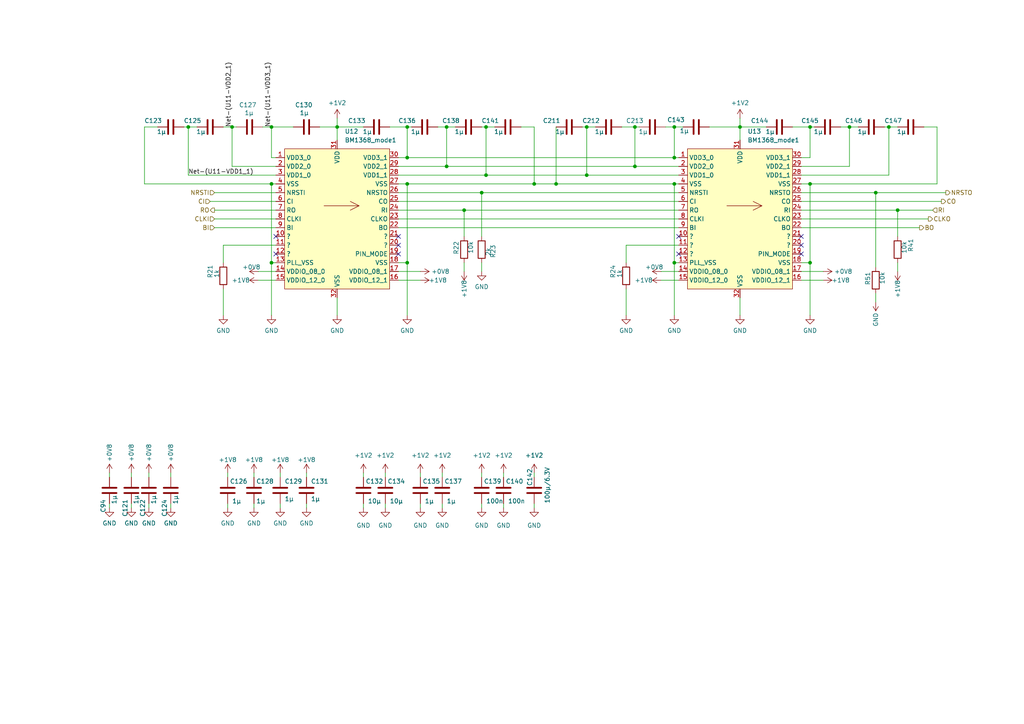
<source format=kicad_sch>
(kicad_sch (version 20231120) (generator "eeschema") (generator_version "8.0")
  (paper "A4")
  (lib_symbols
    (symbol "Device:C" (pin_numbers hide) (pin_names (offset 0.254))
      (property "Reference" "C" (at 0.635 2.54 0))
      (property "Value" "C" (at 0.635 -2.54 0))
      (symbol "C_0_1"
        (polyline (pts (xy -2.032 -0.762) (xy 2.032 -0.762)) (stroke (width 0.508)))
        (polyline (pts (xy -2.032 0.762) (xy 2.032 0.762)) (stroke (width 0.508)))
      )
      (symbol "C_1_1"
        (pin passive line (at 0 3.81 270) (length 2.794) (name "~") (number "1"))
        (pin passive line (at 0 -3.81 90) (length 2.794) (name "~") (number "2"))
      )
    )
    (symbol "Device:R" (pin_numbers hide) (pin_names (offset 0))
      (property "Reference" "R" (at 2.032 0 90))
      (property "Value" "R" (at 0 0 90))
      (symbol "R_0_1"
        (rectangle (start -1.016 -2.54) (end 1.016 2.54) (stroke (width 0.254)))
      )
      (symbol "R_1_1"
        (pin passive line (at 0 3.81 270) (length 1.27) (name "~") (number "1"))
        (pin passive line (at 0 -3.81 90) (length 1.27) (name "~") (number "2"))
      )
    )
    (symbol "GND_7" (power) (pin_names (offset 0))
      (property "Value" "GND_7" (at 0 -3.81 0))
      (symbol "GND_7_0_1"
        (polyline (pts (xy 0 0) (xy 0 -1.27) (xy 1.27 -1.27) (xy 0 -2.54) (xy -1.27 -1.27) (xy 0 -1.27)))
      )
      (symbol "GND_7_1_1"
        (pin power_in line (at 0 0 270) (length 0) hide (name "GND") (number "1"))
      )
    )
    (symbol "mylib7:+0V8" (power) (exclude_from_sim yes) (in_bom no) (on_board no)
      (property "Value" "+0V8" (at 0 3.175 90))
      (symbol "+0V8_0_1"
        (polyline (pts (xy -0.762 1.27) (xy 0 2.54)))
        (polyline (pts (xy 0 0) (xy 0 2.54)))
        (polyline (pts (xy 0 2.54) (xy 0.762 1.27)))
      )
      (symbol "+0V8_1_1"
        (pin power_in line (at 0 0 90) (length 0) hide (name "+0V8") (number "1"))
      )
    )
    (symbol "mylib7:BM1368_mode1"
      (property "Reference" "U4" (at -15.24 21.59 0))
      (property "Value" "BM1368_mode1" (at 1.905 21.59 0))
      (symbol "BM1368_mode1_0_1"
        (rectangle (start -15.24 20.32) (end 15.24 -20.32) (fill (type background)))
        (polyline (pts (xy -3.81 3.81) (xy 6.35 3.81)))
        (polyline (pts (xy 3.81 2.54) (xy 6.35 3.81)))
        (polyline (pts (xy 3.81 5.08) (xy 6.35 3.81)))
      )
      (symbol "BM1368_mode1_1_1"
        (pin power_in line (at -17.78 17.78 0) (length 2.54) (name "VDD3_0") (number "1"))
        (pin unspecified line (at -17.78 -5.08 0) (length 2.54) (name "?") (number "10"))
        (pin unspecified line (at -17.78 -7.62 0) (length 2.54) (name "?") (number "11"))
        (pin unspecified line (at -17.78 -10.16 0) (length 2.54) (name "?") (number "12"))
        (pin power_in line (at -17.78 -12.7 0) (length 2.54) (name "PLL_VSS") (number "13"))
        (pin power_in line (at -17.78 -15.24 0) (length 2.54) (name "VDDIO_08_0") (number "14"))
        (pin power_in line (at -17.78 -17.78 0) (length 2.54) (name "VDDIO_12_0") (number "15"))
        (pin power_in line (at 17.78 -17.78 180) (length 2.54) (name "VDDIO_12_1") (number "16"))
        (pin power_in line (at 17.78 -15.24 180) (length 2.54) (name "VDDIO_08_1") (number "17"))
        (pin power_in line (at 17.78 -12.7 180) (length 2.54) (name "VSS") (number "18"))
        (pin input line (at 17.78 -10.16 180) (length 2.54) (name "PIN_MODE") (number "19"))
        (pin power_in line (at -17.78 15.24 0) (length 2.54) (name "VDD2_0") (number "2"))
        (pin unspecified line (at 17.78 -7.62 180) (length 2.54) (name "?") (number "20"))
        (pin unspecified line (at 17.78 -5.08 180) (length 2.54) (name "?") (number "21"))
        (pin output line (at 17.78 -2.54 180) (length 2.54) (name "BO") (number "22"))
        (pin output line (at 17.78 0 180) (length 2.54) (name "CLKO") (number "23"))
        (pin input line (at 17.78 2.54 180) (length 2.54) (name "RI") (number "24"))
        (pin output line (at 17.78 5.08 180) (length 2.54) (name "CO") (number "25"))
        (pin output line (at 17.78 7.62 180) (length 2.54) (name "NRSTO") (number "26"))
        (pin power_in line (at 17.78 10.16 180) (length 2.54) (name "VSS") (number "27"))
        (pin power_in line (at 17.78 12.7 180) (length 2.54) (name "VDD1_1") (number "28"))
        (pin power_in line (at 17.78 15.24 180) (length 2.54) (name "VDD2_1") (number "29"))
        (pin power_in line (at -17.78 12.7 0) (length 2.54) (name "VDD1_0") (number "3"))
        (pin power_in line (at 17.78 17.78 180) (length 2.54) (name "VDD3_1") (number "30"))
        (pin power_in line (at 0 22.86 270) (length 2.54) (name "VDD") (number "31"))
        (pin power_in line (at 0 -22.86 90) (length 2.54) (name "VSS") (number "32"))
        (pin power_in line (at -17.78 10.16 0) (length 2.54) (name "VSS") (number "4"))
        (pin input line (at -17.78 7.62 0) (length 2.54) (name "NRSTI") (number "5"))
        (pin input line (at -17.78 5.08 0) (length 2.54) (name "CI") (number "6"))
        (pin output line (at -17.78 2.54 0) (length 2.54) (name "RO") (number "7"))
        (pin input line (at -17.78 0 0) (length 2.54) (name "CLKI") (number "8"))
        (pin input line (at -17.78 -2.54 0) (length 2.54) (name "BI") (number "9"))
      )
    )
    (symbol "power:+1V2" (power) (pin_names (offset 0))
      (property "Value" "+1V2" (at 0 3.556 0))
      (symbol "+1V2_0_1"
        (polyline (pts (xy -0.762 1.27) (xy 0 2.54)))
        (polyline (pts (xy 0 0) (xy 0 2.54)))
        (polyline (pts (xy 0 2.54) (xy 0.762 1.27)))
      )
      (symbol "+1V2_1_1"
        (pin power_in line (at 0 0 90) (length 0) hide (name "+1V2") (number "1"))
      )
    )
    (symbol "power:+1V8" (power) (pin_names (offset 0))
      (property "Value" "+1V8" (at 0 3.556 0))
      (symbol "+1V8_0_1"
        (polyline (pts (xy -0.762 1.27) (xy 0 2.54)))
        (polyline (pts (xy 0 0) (xy 0 2.54)))
        (polyline (pts (xy 0 2.54) (xy 0.762 1.27)))
      )
      (symbol "+1V8_1_1"
        (pin power_in line (at 0 0 90) (length 0) hide (name "+1V8") (number "1"))
      )
    )
    (symbol "power:GND" (power) (pin_names (offset 0))
      (property "Value" "GND" (at 0 -3.81 0))
      (symbol "GND_0_1"
        (polyline (pts (xy 0 0) (xy 0 -1.27) (xy 1.27 -1.27) (xy 0 -2.54) (xy -1.27 -1.27) (xy 0 -1.27)))
      )
      (symbol "GND_1_1"
        (pin power_in line (at 0 0 270) (length 0) hide (name "GND") (number "1"))
      )
    )
  )
  (junction (at 118.11 45.72))
  (junction (at 184.15 36.83))
  (junction (at 67.31 36.83))
  (junction (at 118.11 36.83))
  (junction (at 170.18 50.8))
  (junction (at 246.38 36.83))
  (junction (at 257.81 36.83))
  (junction (at 78.74 76.2))
  (junction (at 140.97 50.8))
  (junction (at 154.94 53.34))
  (junction (at 195.58 36.83))
  (junction (at 139.7 55.88))
  (junction (at 134.62 60.96))
  (junction (at 234.95 53.34))
  (junction (at 234.95 76.2))
  (junction (at 97.79 36.83))
  (junction (at 254 55.88))
  (junction (at 78.74 36.83))
  (junction (at 195.58 45.72))
  (junction (at 129.54 36.83))
  (junction (at 184.15 48.26))
  (junction (at 118.11 53.34))
  (junction (at 214.63 36.83))
  (junction (at 78.74 53.34))
  (junction (at 195.58 76.2))
  (junction (at 118.11 76.2))
  (junction (at 140.97 36.83))
  (junction (at 260.35 60.96))
  (junction (at 234.95 36.83))
  (junction (at 129.54 48.26))
  (junction (at 54.61 36.83))
  (junction (at 170.18 36.83))
  (junction (at 161.29 53.34))
  (junction (at 195.58 53.34))
  (no_connect (at 196.85 68.58))
  (no_connect (at 115.57 68.58))
  (no_connect (at 115.57 73.66))
  (no_connect (at 196.85 73.66))
  (no_connect (at 232.41 73.66))
  (no_connect (at 115.57 71.12))
  (no_connect (at 232.41 71.12))
  (no_connect (at 80.01 68.58))
  (no_connect (at 80.01 73.66))
  (no_connect (at 232.41 68.58))
  (wire (pts (xy 115.57 50.8) (xy 140.97 50.8)))
  (wire (pts (xy 139.7 146.05) (xy 139.7 147.32)))
  (wire (pts (xy 170.18 36.83) (xy 172.72 36.83)))
  (wire (pts (xy 260.35 60.96) (xy 260.35 68.58)))
  (wire (pts (xy 271.78 53.34) (xy 271.78 36.83)))
  (wire (pts (xy 196.85 53.34) (xy 195.58 53.34)))
  (wire (pts (xy 154.94 36.83) (xy 151.13 36.83)))
  (wire (pts (xy 234.95 53.34) (xy 234.95 76.2)))
  (wire (pts (xy 246.38 48.26) (xy 246.38 36.83)))
  (wire (pts (xy 74.93 81.28) (xy 80.01 81.28)))
  (wire (pts (xy 234.95 53.34) (xy 271.78 53.34)))
  (wire (pts (xy 181.61 71.12) (xy 196.85 71.12)))
  (wire (pts (xy 214.63 34.29) (xy 214.63 36.83)))
  (wire (pts (xy 88.9 146.05) (xy 88.9 147.32)))
  (wire (pts (xy 121.92 146.05) (xy 121.92 147.32)))
  (wire (pts (xy 234.95 36.83) (xy 236.22 36.83)))
  (wire (pts (xy 191.77 81.28) (xy 196.85 81.28)))
  (wire (pts (xy 260.35 76.2) (xy 260.35 78.74)))
  (wire (pts (xy 232.41 53.34) (xy 234.95 53.34)))
  (wire (pts (xy 134.62 60.96) (xy 196.85 60.96)))
  (wire (pts (xy 254 55.88) (xy 254 77.47)))
  (wire (pts (xy 97.79 34.29) (xy 97.79 36.83)))
  (wire (pts (xy 198.12 36.83) (xy 195.58 36.83)))
  (wire (pts (xy 181.61 83.82) (xy 181.61 91.44)))
  (wire (pts (xy 195.58 76.2) (xy 195.58 91.44)))
  (wire (pts (xy 88.9 138.43) (xy 88.9 137.16)))
  (wire (pts (xy 97.79 86.36) (xy 97.79 91.44)))
  (wire (pts (xy 161.29 53.34) (xy 195.58 53.34)))
  (wire (pts (xy 154.94 53.34) (xy 154.94 36.83)))
  (wire (pts (xy 139.7 36.83) (xy 140.97 36.83)))
  (wire (pts (xy 118.11 53.34) (xy 154.94 53.34)))
  (wire (pts (xy 154.94 53.34) (xy 161.29 53.34)))
  (wire (pts (xy 118.11 76.2) (xy 118.11 91.44)))
  (wire (pts (xy 43.18 137.16) (xy 43.18 138.43)))
  (wire (pts (xy 78.74 76.2) (xy 78.74 91.44)))
  (wire (pts (xy 78.74 53.34) (xy 78.74 76.2)))
  (wire (pts (xy 78.74 53.34) (xy 41.91 53.34)))
  (wire (pts (xy 128.27 146.05) (xy 128.27 147.32)))
  (wire (pts (xy 49.53 137.16) (xy 49.53 138.43)))
  (wire (pts (xy 64.77 71.12) (xy 64.77 76.2)))
  (wire (pts (xy 67.31 36.83) (xy 68.58 36.83)))
  (wire (pts (xy 115.57 66.04) (xy 196.85 66.04)))
  (wire (pts (xy 128.27 137.16) (xy 128.27 138.43)))
  (wire (pts (xy 73.66 137.16) (xy 73.66 138.43)))
  (wire (pts (xy 134.62 60.96) (xy 134.62 68.58)))
  (wire (pts (xy 191.77 78.74) (xy 196.85 78.74)))
  (wire (pts (xy 97.79 36.83) (xy 97.79 40.64)))
  (wire (pts (xy 271.78 36.83) (xy 267.97 36.83)))
  (wire (pts (xy 113.03 36.83) (xy 118.11 36.83)))
  (wire (pts (xy 115.57 45.72) (xy 118.11 45.72)))
  (wire (pts (xy 234.95 45.72) (xy 234.95 36.83)))
  (wire (pts (xy 31.75 137.16) (xy 31.75 138.43)))
  (wire (pts (xy 41.91 53.34) (xy 41.91 36.83)))
  (wire (pts (xy 111.76 146.05) (xy 111.76 147.32)))
  (wire (pts (xy 154.94 137.16) (xy 154.94 138.43)))
  (wire (pts (xy 170.18 50.8) (xy 196.85 50.8)))
  (wire (pts (xy 81.28 138.43) (xy 81.28 137.16)))
  (wire (pts (xy 129.54 48.26) (xy 129.54 36.83)))
  (wire (pts (xy 54.61 36.83) (xy 57.15 36.83)))
  (wire (pts (xy 115.57 78.74) (xy 121.92 78.74)))
  (wire (pts (xy 232.41 76.2) (xy 234.95 76.2)))
  (wire (pts (xy 78.74 36.83) (xy 85.09 36.83)))
  (wire (pts (xy 31.75 146.05) (xy 31.75 147.32)))
  (wire (pts (xy 184.15 36.83) (xy 184.15 48.26)))
  (wire (pts (xy 129.54 48.26) (xy 184.15 48.26)))
  (wire (pts (xy 64.77 71.12) (xy 80.01 71.12)))
  (wire (pts (xy 254 55.88) (xy 274.32 55.88)))
  (wire (pts (xy 269.24 63.5) (xy 232.41 63.5)))
  (wire (pts (xy 38.1 146.05) (xy 38.1 147.32)))
  (wire (pts (xy 54.61 50.8) (xy 80.01 50.8)))
  (wire (pts (xy 115.57 53.34) (xy 118.11 53.34)))
  (wire (pts (xy 54.61 50.8) (xy 54.61 36.83)))
  (wire (pts (xy 115.57 81.28) (xy 121.92 81.28)))
  (wire (pts (xy 38.1 137.16) (xy 38.1 138.43)))
  (wire (pts (xy 257.81 36.83) (xy 260.35 36.83)))
  (wire (pts (xy 181.61 71.12) (xy 181.61 76.2)))
  (wire (pts (xy 161.29 36.83) (xy 161.29 53.34)))
  (wire (pts (xy 195.58 76.2) (xy 196.85 76.2)))
  (wire (pts (xy 256.54 36.83) (xy 257.81 36.83)))
  (wire (pts (xy 232.41 81.28) (xy 238.76 81.28)))
  (wire (pts (xy 180.34 36.83) (xy 184.15 36.83)))
  (wire (pts (xy 232.41 66.04) (xy 266.7 66.04)))
  (wire (pts (xy 146.05 137.16) (xy 146.05 138.43)))
  (wire (pts (xy 64.77 83.82) (xy 64.77 91.44)))
  (wire (pts (xy 214.63 36.83) (xy 222.25 36.83)))
  (wire (pts (xy 170.18 36.83) (xy 170.18 50.8)))
  (wire (pts (xy 62.23 63.5) (xy 80.01 63.5)))
  (wire (pts (xy 195.58 45.72) (xy 196.85 45.72)))
  (wire (pts (xy 140.97 36.83) (xy 143.51 36.83)))
  (wire (pts (xy 41.91 36.83) (xy 45.72 36.83)))
  (wire (pts (xy 195.58 53.34) (xy 195.58 76.2)))
  (wire (pts (xy 115.57 58.42) (xy 196.85 58.42)))
  (wire (pts (xy 127 36.83) (xy 129.54 36.83)))
  (wire (pts (xy 140.97 50.8) (xy 170.18 50.8)))
  (wire (pts (xy 232.41 48.26) (xy 246.38 48.26)))
  (wire (pts (xy 67.31 48.26) (xy 67.31 36.83)))
  (wire (pts (xy 115.57 48.26) (xy 129.54 48.26)))
  (wire (pts (xy 168.91 36.83) (xy 170.18 36.83)))
  (wire (pts (xy 115.57 60.96) (xy 134.62 60.96)))
  (wire (pts (xy 78.74 45.72) (xy 80.01 45.72)))
  (wire (pts (xy 139.7 76.2) (xy 139.7 78.74)))
  (wire (pts (xy 74.93 78.74) (xy 80.01 78.74)))
  (wire (pts (xy 43.18 146.05) (xy 43.18 147.32)))
  (wire (pts (xy 232.41 45.72) (xy 234.95 45.72)))
  (wire (pts (xy 205.74 36.83) (xy 214.63 36.83)))
  (wire (pts (xy 111.76 137.16) (xy 111.76 138.43)))
  (wire (pts (xy 62.23 66.04) (xy 80.01 66.04)))
  (wire (pts (xy 118.11 36.83) (xy 119.38 36.83)))
  (wire (pts (xy 64.77 36.83) (xy 67.31 36.83)))
  (wire (pts (xy 118.11 45.72) (xy 195.58 45.72)))
  (wire (pts (xy 214.63 86.36) (xy 214.63 91.44)))
  (wire (pts (xy 195.58 36.83) (xy 195.58 45.72)))
  (wire (pts (xy 254 85.09) (xy 254 87.63)))
  (wire (pts (xy 67.31 48.26) (xy 80.01 48.26)))
  (wire (pts (xy 105.41 137.16) (xy 105.41 138.43)))
  (wire (pts (xy 232.41 78.74) (xy 238.76 78.74)))
  (wire (pts (xy 92.71 36.83) (xy 97.79 36.83)))
  (wire (pts (xy 115.57 63.5) (xy 196.85 63.5)))
  (wire (pts (xy 62.23 60.96) (xy 80.01 60.96)))
  (wire (pts (xy 105.41 146.05) (xy 105.41 147.32)))
  (wire (pts (xy 140.97 50.8) (xy 140.97 36.83)))
  (wire (pts (xy 229.87 36.83) (xy 234.95 36.83)))
  (wire (pts (xy 73.66 146.05) (xy 73.66 147.32)))
  (wire (pts (xy 243.84 36.83) (xy 246.38 36.83)))
  (wire (pts (xy 134.62 76.2) (xy 134.62 78.74)))
  (wire (pts (xy 139.7 55.88) (xy 196.85 55.88)))
  (wire (pts (xy 234.95 76.2) (xy 234.95 91.44)))
  (wire (pts (xy 129.54 36.83) (xy 132.08 36.83)))
  (wire (pts (xy 53.34 36.83) (xy 54.61 36.83)))
  (wire (pts (xy 49.53 146.05) (xy 49.53 147.32)))
  (wire (pts (xy 214.63 36.83) (xy 214.63 40.64)))
  (wire (pts (xy 139.7 55.88) (xy 139.7 68.58)))
  (wire (pts (xy 78.74 76.2) (xy 80.01 76.2)))
  (wire (pts (xy 118.11 45.72) (xy 118.11 36.83)))
  (wire (pts (xy 232.41 60.96) (xy 260.35 60.96)))
  (wire (pts (xy 273.05 58.42) (xy 232.41 58.42)))
  (wire (pts (xy 66.04 146.05) (xy 66.04 147.32)))
  (wire (pts (xy 115.57 55.88) (xy 139.7 55.88)))
  (wire (pts (xy 184.15 36.83) (xy 185.42 36.83)))
  (wire (pts (xy 81.28 146.05) (xy 81.28 147.32)))
  (wire (pts (xy 257.81 50.8) (xy 257.81 36.83)))
  (wire (pts (xy 232.41 55.88) (xy 254 55.88)))
  (wire (pts (xy 60.96 58.42) (xy 80.01 58.42)))
  (wire (pts (xy 139.7 137.16) (xy 139.7 138.43)))
  (wire (pts (xy 76.2 36.83) (xy 78.74 36.83)))
  (wire (pts (xy 115.57 76.2) (xy 118.11 76.2)))
  (wire (pts (xy 193.04 36.83) (xy 195.58 36.83)))
  (wire (pts (xy 121.92 137.16) (xy 121.92 138.43)))
  (wire (pts (xy 146.05 146.05) (xy 146.05 147.32)))
  (wire (pts (xy 232.41 50.8) (xy 257.81 50.8)))
  (wire (pts (xy 118.11 53.34) (xy 118.11 76.2)))
  (wire (pts (xy 184.15 48.26) (xy 196.85 48.26)))
  (wire (pts (xy 246.38 36.83) (xy 248.92 36.83)))
  (wire (pts (xy 260.35 60.96) (xy 270.51 60.96)))
  (wire (pts (xy 97.79 36.83) (xy 105.41 36.83)))
  (wire (pts (xy 66.04 137.16) (xy 66.04 138.43)))
  (wire (pts (xy 78.74 36.83) (xy 78.74 45.72)))
  (wire (pts (xy 80.01 53.34) (xy 78.74 53.34)))
  (wire (pts (xy 62.23 55.88) (xy 80.01 55.88)))
  (wire (pts (xy 154.94 146.05) (xy 154.94 147.32)))
  (label "Net-(U11-VDD3_1)" (at 78.74 36.83 90))
  (label "Net-(U11-VDD1_1)" (at 54.61 50.8 0))
  (label "Net-(U11-VDD2_1)" (at 67.31 36.83 90))
  (hierarchical_label "NRSTO" (shape output) (at 274.32 55.88 0))
  (hierarchical_label "RI" (shape input) (at 270.51 60.96 0))
  (hierarchical_label "BI" (shape input) (at 62.23 66.04 180))
  (hierarchical_label "CLKO" (shape output) (at 269.24 63.5 0))
  (hierarchical_label "CI" (shape input) (at 60.96 58.42 180))
  (hierarchical_label "BO" (shape output) (at 266.7 66.04 0))
  (hierarchical_label "CO" (shape output) (at 273.05 58.42 0))
  (hierarchical_label "RO" (shape output) (at 62.23 60.96 180))
  (hierarchical_label "NRSTI" (shape input) (at 62.23 55.88 180))
  (hierarchical_label "CLKI" (shape input) (at 62.23 63.5 180))
  (symbol (lib_id "power:+1V2") (at 139.7 137.16 0) (unit 1)
    (property "Reference" "#PWR0260" (effects (hide yes)))
    (property "Value" "+1V2" (at 139.7 132.08 0))
  )
  (symbol (lib_id "Device:C") (at 123.19 36.83 90) (unit 1)
    (property "Reference" "C136" (at 120.65 34.29 90) (effects (justify left bottom)))
    (property "Value" "1µ" (at 121.92 37.465 90) (effects (justify left bottom)))
    (property "Footprint" "Capacitor_SMD:C_0805_2012Metric" (effects (hide yes)))
  )
  (symbol (lib_id "power:GND") (at 64.77 91.44 0) (mirror y) (unit 1)
    (property "Reference" "#PWR0234" (effects (hide yes)))
    (property "Value" "GND" (at 64.77 95.885 0))
  )
  (symbol (lib_id "Device:C") (at 121.92 142.24 0) (unit 1)
    (property "Reference" "C135" (at 122.555 140.335 0) (effects (justify left bottom)))
    (property "Value" "1µ" (at 123.19 146.05 0) (effects (justify left bottom)))
    (property "Footprint" "Capacitor_SMD:C_0805_2012Metric" (effects (hide yes)))
  )
  (symbol (lib_id "power:+1V8") (at 88.9 137.16 0) (unit 1)
    (property "Reference" "#PWR0244" (effects (hide yes)))
    (property "Value" "+1V8" (at 88.9 133.35 0))
  )
  (symbol (lib_id "power:+1V8") (at 81.28 137.16 0) (unit 1)
    (property "Reference" "#PWR0242" (effects (hide yes)))
    (property "Value" "+1V8" (at 81.28 133.35 0))
  )
  (symbol (lib_id "Device:C") (at 165.1 36.83 90) (unit 1)
    (property "Reference" "C211" (at 162.56 34.29 90) (effects (justify left bottom)))
    (property "Value" "1µ" (at 163.83 37.465 90) (effects (justify left bottom)))
    (property "Footprint" "Capacitor_SMD:C_0805_2012Metric" (effects (hide yes)))
  )
  (symbol (lib_id "Device:C") (at 264.16 36.83 90) (unit 1)
    (property "Reference" "C147" (at 261.62 34.29 90) (effects (justify left bottom)))
    (property "Value" "1µ" (at 262.89 37.465 90) (effects (justify left bottom)))
    (property "Footprint" "Capacitor_SMD:C_0805_2012Metric" (effects (hide yes)))
  )
  (symbol (lib_id "power:GND") (at 139.7 78.74 0) (mirror y) (unit 1)
    (property "Reference" "#PWR0259" (effects (hide yes)))
    (property "Value" "GND" (at 139.7 83.185 0))
  )
  (symbol (lib_id "power:+1V8") (at 134.62 78.74 180) (unit 1)
    (property "Reference" "#PWR0258" (effects (hide yes)))
    (property "Value" "+1V8" (at 134.62 83.82 90))
  )
  (symbol (lib_id "Device:C") (at 66.04 142.24 0) (unit 1)
    (property "Reference" "C126" (at 66.675 140.335 0) (effects (justify left bottom)))
    (property "Value" "1µ" (at 67.31 146.05 0) (effects (justify left bottom)))
    (property "Footprint" "Capacitor_SMD:C_0805_2012Metric" (effects (hide yes)))
  )
  (symbol (lib_id "power:+1V8") (at 73.66 137.16 0) (unit 1)
    (property "Reference" "#PWR0238" (effects (hide yes)))
    (property "Value" "+1V8" (at 73.66 133.35 0))
  )
  (symbol (lib_id "mylib7:+0V8") (at 38.1 137.16 0) (unit 1)
    (property "Reference" "#U019" (effects (hide yes)))
    (property "Value" "+0V8" (at 38.1 133.985 90) (effects (justify left)))
    (property "Distributor" "-" (effects (hide yes)))
  )
  (symbol (lib_id "Device:C") (at 88.9 142.24 0) (unit 1)
    (property "Reference" "C131" (at 90.17 140.335 0) (effects (justify left bottom)))
    (property "Value" "1µ" (at 90.17 145.415 0) (effects (justify left bottom)))
    (property "Footprint" "Capacitor_SMD:C_0805_2012Metric" (effects (hide yes)))
  )
  (symbol (lib_id "power:+1V2") (at 214.63 34.29 0) (unit 1)
    (property "Reference" "#PWR0269" (effects (hide yes)))
    (property "Value" "+1V2" (at 214.63 29.845 0))
  )
  (symbol (lib_id "power:+1V2") (at 128.27 137.16 0) (unit 1)
    (property "Reference" "#PWR0256" (effects (hide yes)))
    (property "Value" "+1V2" (at 128.27 132.08 0))
  )
  (symbol (lib_id "Device:C") (at 109.22 36.83 90) (unit 1)
    (property "Reference" "C133" (at 106.045 34.29 90) (effects (justify left bottom)))
    (property "Value" "1µ" (at 107.95 37.465 90) (effects (justify left bottom)))
    (property "Footprint" "Capacitor_SMD:C_0805_2012Metric" (effects (hide yes)))
  )
  (symbol (lib_id "power:+1V8") (at 121.92 81.28 270) (unit 1)
    (property "Reference" "#PWR0253" (effects (hide yes)))
    (property "Value" "+1V8" (at 127 81.28 90))
  )
  (symbol (lib_id "power:GND") (at 195.58 91.44 0) (mirror y) (unit 1)
    (property "Reference" "#PWR0268" (effects (hide yes)))
    (property "Value" "GND" (at 195.58 95.885 0))
  )
  (symbol (lib_id "mylib7:BM1368_mode1") (at 214.63 63.5 0) (unit 1)
    (property "Reference" "U13" (at 216.8241 38.1 0) (effects (justify left)))
    (property "Value" "BM1368_mode1" (at 216.8241 40.64 0) (effects (justify left)))
    (property "Footprint" "myfootprints:bm1368-package-modified" (effects (hide yes)))
    (property "Distributor" "X" (effects (hide yes)))
  )
  (symbol (lib_id "Device:R") (at 260.35 72.39 0) (unit 1)
    (property "Reference" "R41" (at 264.16 71.12 90))
    (property "Value" "10k" (at 262.255 71.755 90))
    (property "Footprint" "Resistor_SMD:R_0805_2012Metric" (effects (hide yes)))
  )
  (symbol (lib_name "GND_7") (lib_id "power:GND") (at 121.92 147.32 0) (unit 1)
    (property "Reference" "#PWR0255" (effects (hide yes)))
    (property "Value" "GND" (at 121.92 152.4 0))
  )
  (symbol (lib_id "power:GND") (at 78.74 91.44 0) (mirror y) (unit 1)
    (property "Reference" "#PWR0241" (effects (hide yes)))
    (property "Value" "GND" (at 78.74 95.885 0))
  )
  (symbol (lib_id "Device:C") (at 240.03 36.83 90) (unit 1)
    (property "Reference" "C145" (at 237.49 34.29 90) (effects (justify left bottom)))
    (property "Value" "1µ" (at 238.76 37.465 90) (effects (justify left bottom)))
    (property "Footprint" "Capacitor_SMD:C_0805_2012Metric" (effects (hide yes)))
  )
  (symbol (lib_id "mylib7:+0V8") (at 74.93 78.74 90) (unit 1)
    (property "Reference" "#U022" (effects (hide yes)))
    (property "Value" "+0V8" (at 75.565 77.47 90) (effects (justify left)))
    (property "Distributor" "-" (effects (hide yes)))
  )
  (symbol (lib_id "power:+1V8") (at 74.93 81.28 90) (unit 1)
    (property "Reference" "#PWR0240" (effects (hide yes)))
    (property "Value" "+1V8" (at 69.85 81.28 90))
  )
  (symbol (lib_id "power:+1V2") (at 105.41 137.16 0) (unit 1)
    (property "Reference" "#PWR0248" (effects (hide yes)))
    (property "Value" "+1V2" (at 105.41 132.08 0))
  )
  (symbol (lib_id "power:GND") (at 43.18 147.32 0) (mirror y) (unit 1)
    (property "Reference" "#PWR0232" (effects (hide yes)))
    (property "Value" "GND" (at 43.18 151.765 0))
  )
  (symbol (lib_id "Device:C") (at 73.66 142.24 0) (unit 1)
    (property "Reference" "C128" (at 74.295 140.335 0) (effects (justify left bottom)))
    (property "Value" "1µ" (at 74.295 146.05 0) (effects (justify left bottom)))
    (property "Footprint" "Capacitor_SMD:C_0805_2012Metric" (effects (hide yes)))
  )
  (symbol (lib_id "power:+1V2") (at 121.92 137.16 0) (unit 1)
    (property "Reference" "#PWR0254" (effects (hide yes)))
    (property "Value" "+1V2" (at 121.92 132.08 0))
  )
  (symbol (lib_id "power:GND") (at 73.66 147.32 0) (mirror y) (unit 1)
    (property "Reference" "#PWR0239" (effects (hide yes)))
    (property "Value" "GND" (at 73.66 151.765 0))
  )
  (symbol (lib_id "power:+1V2") (at 154.94 137.16 0) (unit 1)
    (property "Reference" "#PWR0265" (effects (hide yes)))
    (property "Value" "+1V2" (at 154.94 132.08 0))
  )
  (symbol (lib_id "Device:C") (at 176.53 36.83 90) (unit 1)
    (property "Reference" "C212" (at 173.99 34.29 90) (effects (justify left bottom)))
    (property "Value" "1µ" (at 175.26 37.465 90) (effects (justify left bottom)))
    (property "Footprint" "Capacitor_SMD:C_0805_2012Metric" (effects (hide yes)))
  )
  (symbol (lib_id "power:+1V2") (at 97.79 34.29 0) (unit 1)
    (property "Reference" "#PWR0246" (effects (hide yes)))
    (property "Value" "+1V2" (at 97.79 29.845 0))
  )
  (symbol (lib_name "GND_7") (lib_id "power:GND") (at 105.41 147.32 0) (unit 1)
    (property "Reference" "#PWR0249" (effects (hide yes)))
    (property "Value" "GND" (at 105.41 152.4 0))
  )
  (symbol (lib_id "Device:C") (at 135.89 36.83 90) (unit 1)
    (property "Reference" "C138" (at 133.35 34.29 90) (effects (justify left bottom)))
    (property "Value" "1µ" (at 134.62 37.465 90) (effects (justify left bottom)))
    (property "Footprint" "Capacitor_SMD:C_0805_2012Metric" (effects (hide yes)))
  )
  (symbol (lib_name "GND_7") (lib_id "power:GND") (at 146.05 147.32 0) (unit 1)
    (property "Reference" "#PWR0264" (effects (hide yes)))
    (property "Value" "GND" (at 146.05 152.4 0))
  )
  (symbol (lib_id "mylib7:BM1368_mode1") (at 97.79 63.5 0) (unit 1)
    (property "Reference" "U12" (at 99.9841 38.1 0) (effects (justify left)))
    (property "Value" "BM1368_mode1" (at 99.9841 40.64 0) (effects (justify left)))
    (property "Footprint" "myfootprints:bm1368-package-modified" (effects (hide yes)))
    (property "Distributor" "X" (effects (hide yes)))
  )
  (symbol (lib_id "Device:C") (at 189.23 36.83 90) (unit 1)
    (property "Reference" "C213" (at 186.69 34.29 90) (effects (justify left bottom)))
    (property "Value" "1µ" (at 187.96 37.465 90) (effects (justify left bottom)))
    (property "Footprint" "Capacitor_SMD:C_0805_2012Metric" (effects (hide yes)))
  )
  (symbol (lib_id "power:GND") (at 81.28 147.32 0) (mirror y) (unit 1)
    (property "Reference" "#PWR0243" (effects (hide yes)))
    (property "Value" "GND" (at 81.28 151.765 0))
  )
  (symbol (lib_id "Device:C") (at 43.18 142.24 180) (unit 1)
    (property "Reference" "C122" (at 40.64 144.78 90) (effects (justify left bottom)))
    (property "Value" "1µ" (at 43.815 143.51 90) (effects (justify left bottom)))
    (property "Footprint" "Capacitor_SMD:C_0805_2012Metric" (effects (hide yes)))
  )
  (symbol (lib_id "Device:C") (at 49.53 36.83 90) (unit 1)
    (property "Reference" "C123" (at 46.99 34.29 90) (effects (justify left bottom)))
    (property "Value" "1µ" (at 48.26 37.465 90) (effects (justify left bottom)))
    (property "Footprint" "Capacitor_SMD:C_0805_2012Metric" (effects (hide yes)))
  )
  (symbol (lib_id "mylib7:+0V8") (at 191.77 78.74 90) (unit 1)
    (property "Reference" "#U024" (effects (hide yes)))
    (property "Value" "+0V8" (at 192.405 77.47 90) (effects (justify left)))
    (property "Distributor" "-" (effects (hide yes)))
  )
  (symbol (lib_id "power:+1V8") (at 260.35 78.74 180) (unit 1)
    (property "Reference" "#PWR0273" (effects (hide yes)))
    (property "Value" "+1V8" (at 260.35 83.82 90))
  )
  (symbol (lib_id "Device:C") (at 111.76 142.24 0) (unit 1)
    (property "Reference" "C134" (at 112.395 140.335 0) (effects (justify left bottom)))
    (property "Value" "10µ" (at 113.03 146.05 0) (effects (justify left bottom)))
    (property "Footprint" "Capacitor_SMD:C_0805_2012Metric" (effects (hide yes)))
    (property "Distributor" "D" (effects (hide yes)))
    (property "Manufacturer" "C2012X5R1E106K125AB" (effects (hide yes)))
    (property "OrderNr" "445-5984-1-ND" (effects (hide yes)))
  )
  (symbol (lib_id "power:+1V8") (at 191.77 81.28 90) (unit 1)
    (property "Reference" "#PWR0267" (effects (hide yes)))
    (property "Value" "+1V8" (at 186.69 81.28 90))
  )
  (symbol (lib_id "mylib7:+0V8") (at 43.18 137.16 0) (unit 1)
    (property "Reference" "#U020" (effects (hide yes)))
    (property "Value" "+0V8" (at 43.18 133.985 90) (effects (justify left)))
    (property "Distributor" "-" (effects (hide yes)))
  )
  (symbol (lib_id "Device:C") (at 201.93 36.83 90) (unit 1)
    (property "Reference" "C143" (at 198.628 34.036 90) (effects (justify left bottom)))
    (property "Value" "1µ" (at 199.898 37.211 90) (effects (justify left bottom)))
    (property "Footprint" "Capacitor_SMD:C_0805_2012Metric" (effects (hide yes)))
  )
  (symbol (lib_id "Device:R") (at 254 81.28 0) (unit 1)
    (property "Reference" "R51" (at 251.714 80.772 90))
    (property "Value" "10k" (at 255.905 80.645 90))
    (property "Footprint" "Resistor_SMD:R_0805_2012Metric" (effects (hide yes)))
  )
  (symbol (lib_id "Device:C") (at 60.96 36.83 90) (unit 1)
    (property "Reference" "C125" (at 58.42 34.29 90) (effects (justify left bottom)))
    (property "Value" "1µ" (at 59.69 37.465 90) (effects (justify left bottom)))
    (property "Footprint" "Capacitor_SMD:C_0805_2012Metric" (effects (hide yes)))
  )
  (symbol (lib_id "Device:C") (at 147.32 36.83 90) (unit 1)
    (property "Reference" "C141" (at 144.78 34.29 90) (effects (justify left bottom)))
    (property "Value" "1µ" (at 146.05 37.465 90) (effects (justify left bottom)))
    (property "Footprint" "Capacitor_SMD:C_0805_2012Metric" (effects (hide yes)))
  )
  (symbol (lib_id "power:GND") (at 31.75 147.32 0) (mirror y) (unit 1)
    (property "Reference" "#PWR0219" (effects (hide yes)))
    (property "Value" "GND" (at 31.75 151.765 0))
  )
  (symbol (lib_name "GND_7") (lib_id "power:GND") (at 128.27 147.32 0) (unit 1)
    (property "Reference" "#PWR0257" (effects (hide yes)))
    (property "Value" "GND" (at 128.27 152.4 0))
  )
  (symbol (lib_id "mylib7:+0V8") (at 31.75 137.16 0) (unit 1)
    (property "Reference" "#U018" (effects (hide yes)))
    (property "Value" "+0V8" (at 31.75 133.985 90) (effects (justify left)))
    (property "Distributor" "-" (effects (hide yes)))
  )
  (symbol (lib_id "Device:R") (at 64.77 80.01 0) (mirror y) (unit 1)
    (property "Reference" "R21" (at 60.96 78.74 90))
    (property "Value" "1k" (at 62.865 79.375 90))
    (property "Footprint" "Resistor_SMD:R_0805_2012Metric" (effects (hide yes)))
  )
  (symbol (lib_id "mylib7:+0V8") (at 121.92 78.74 270) (unit 1)
    (property "Reference" "#U023" (effects (hide yes)))
    (property "Value" "+0V8" (at 125.095 78.74 90) (effects (justify left)))
    (property "Distributor" "-" (effects (hide yes)))
  )
  (symbol (lib_id "Device:C") (at 31.75 142.24 180) (unit 1)
    (property "Reference" "C94" (at 29.21 144.78 90) (effects (justify left bottom)))
    (property "Value" "1µ" (at 32.385 143.51 90) (effects (justify left bottom)))
    (property "Footprint" "Capacitor_SMD:C_0805_2012Metric" (effects (hide yes)))
  )
  (symbol (lib_id "Device:C") (at 38.1 142.24 180) (unit 1)
    (property "Reference" "C121" (at 35.56 144.78 90) (effects (justify left bottom)))
    (property "Value" "1µ" (at 38.735 143.51 90) (effects (justify left bottom)))
    (property "Footprint" "Capacitor_SMD:C_0805_2012Metric" (effects (hide yes)))
  )
  (symbol (lib_id "power:GND") (at 118.11 91.44 0) (mirror y) (unit 1)
    (property "Reference" "#PWR0252" (effects (hide yes)))
    (property "Value" "GND" (at 118.11 95.885 0))
  )
  (symbol (lib_id "power:GND") (at 214.63 91.44 0) (mirror y) (unit 1)
    (property "Reference" "#PWR0270" (effects (hide yes)))
    (property "Value" "GND" (at 214.63 95.885 0))
  )
  (symbol (lib_id "Device:C") (at 146.05 142.24 0) (unit 1)
    (property "Reference" "C140" (at 146.685 140.335 0) (effects (justify left bottom)))
    (property "Value" "100n" (at 147.32 146.05 0) (effects (justify left bottom)))
    (property "Footprint" "Capacitor_SMD:C_0805_2012Metric" (effects (hide yes)))
  )
  (symbol (lib_id "Device:C") (at 49.53 142.24 180) (unit 1)
    (property "Reference" "C124" (at 46.99 144.78 90) (effects (justify left bottom)))
    (property "Value" "1µ" (at 50.165 143.51 90) (effects (justify left bottom)))
    (property "Footprint" "Capacitor_SMD:C_0805_2012Metric" (effects (hide yes)))
  )
  (symbol (lib_name "GND_7") (lib_id "power:GND") (at 111.76 147.32 0) (unit 1)
    (property "Reference" "#PWR0251" (effects (hide yes)))
    (property "Value" "GND" (at 111.76 152.4 0))
  )
  (symbol (lib_id "power:GND") (at 66.04 147.32 0) (mirror y) (unit 1)
    (property "Reference" "#PWR0237" (effects (hide yes)))
    (property "Value" "GND" (at 66.04 151.765 0))
  )
  (symbol (lib_id "power:+1V8") (at 66.04 137.16 0) (unit 1)
    (property "Reference" "#PWR0236" (effects (hide yes)))
    (property "Value" "+1V8" (at 66.04 133.35 0))
  )
  (symbol (lib_id "Device:R") (at 181.61 80.01 0) (mirror y) (unit 1)
    (property "Reference" "R24" (at 177.8 78.74 90))
    (property "Value" "1k" (at 179.705 79.375 90))
    (property "Footprint" "Resistor_SMD:R_0805_2012Metric" (effects (hide yes)))
  )
  (symbol (lib_id "Device:C") (at 88.9 36.83 90) (unit 1)
    (property "Reference" "C130" (at 90.678 29.718 90) (effects (justify left bottom)))
    (property "Value" "1µ" (at 89.662 32.004 90) (effects (justify left bottom)))
    (property "Footprint" "Capacitor_SMD:C_0805_2012Metric" (effects (hide yes)))
  )
  (symbol (lib_id "power:GND") (at 97.79 91.44 0) (mirror y) (unit 1)
    (property "Reference" "#PWR0247" (effects (hide yes)))
    (property "Value" "GND" (at 97.79 95.885 0))
  )
  (symbol (lib_id "Device:R") (at 134.62 72.39 0) (unit 1)
    (property "Reference" "R22" (at 132.334 71.882 90))
    (property "Value" "10k" (at 136.525 71.755 90))
    (property "Footprint" "Resistor_SMD:R_0805_2012Metric" (effects (hide yes)))
  )
  (symbol (lib_id "power:GND") (at 49.53 147.32 0) (mirror y) (unit 1)
    (property "Reference" "#PWR0233" (effects (hide yes)))
    (property "Value" "GND" (at 49.53 151.765 0))
  )
  (symbol (lib_id "Device:C") (at 128.27 142.24 0) (unit 1)
    (property "Reference" "C137" (at 128.905 140.335 0) (effects (justify left bottom)))
    (property "Value" "1µ" (at 129.54 146.05 0) (effects (justify left bottom)))
    (property "Footprint" "Capacitor_SMD:C_0805_2012Metric" (effects (hide yes)))
  )
  (symbol (lib_id "power:GND") (at 38.1 147.32 0) (mirror y) (unit 1)
    (property "Reference" "#PWR0231" (effects (hide yes)))
    (property "Value" "GND" (at 38.1 151.765 0))
  )
  (symbol (lib_id "Device:C") (at 226.06 36.83 90) (unit 1)
    (property "Reference" "C144" (at 222.885 34.29 90) (effects (justify left bottom)))
    (property "Value" "1µ" (at 224.79 37.465 90) (effects (justify left bottom)))
    (property "Footprint" "Capacitor_SMD:C_0805_2012Metric" (effects (hide yes)))
  )
  (symbol (lib_id "Device:C") (at 154.94 142.24 0) (unit 1)
    (property "Reference" "C142" (at 153.67 140.97 90) (effects (justify left)))
    (property "Value" "100µ/6.3V" (at 158.75 146.05 90) (effects (justify left)))
    (property "Footprint" "Capacitor_SMD:C_1210_3225Metric" (effects (hide yes)))
    (property "Distributor" "D" (effects (hide yes)))
    (property "Manufacturer" "C1210C107M8PAC7800" (effects (hide yes)))
    (property "OrderNr" "399-C1210C107M8PAC7800CT-ND" (effects (hide yes)))
  )
  (symbol (lib_id "Device:C") (at 252.73 36.83 90) (unit 1)
    (property "Reference" "C146" (at 250.19 34.29 90) (effects (justify left bottom)))
    (property "Value" "1µ" (at 251.46 37.465 90) (effects (justify left bottom)))
    (property "Footprint" "Capacitor_SMD:C_0805_2012Metric" (effects (hide yes)))
  )
  (symbol (lib_id "power:GND") (at 234.95 91.44 0) (mirror y) (unit 1)
    (property "Reference" "#PWR0271" (effects (hide yes)))
    (property "Value" "GND" (at 234.95 95.885 0))
  )
  (symbol (lib_id "mylib7:+0V8") (at 238.76 78.74 270) (unit 1)
    (property "Reference" "#U025" (effects (hide yes)))
    (property "Value" "+0V8" (at 241.935 78.74 90) (effects (justify left)))
    (property "Distributor" "-" (effects (hide yes)))
  )
  (symbol (lib_id "power:+1V2") (at 146.05 137.16 0) (unit 1)
    (property "Reference" "#PWR0263" (effects (hide yes)))
    (property "Value" "+1V2" (at 146.05 132.08 0))
  )
  (symbol (lib_id "power:GND") (at 154.94 147.32 0) (mirror y) (unit 1)
    (property "Reference" "#PWR0266" (effects (hide yes)))
    (property "Value" "GND" (at 154.94 152.4 0))
  )
  (symbol (lib_id "Device:C") (at 105.41 142.24 0) (unit 1)
    (property "Reference" "C132" (at 106.045 140.335 0) (effects (justify left bottom)))
    (property "Value" "10µ" (at 106.68 146.05 0) (effects (justify left bottom)))
    (property "Footprint" "Capacitor_SMD:C_0805_2012Metric" (effects (hide yes)))
    (property "Distributor" "D" (effects (hide yes)))
    (property "Manufacturer" "C2012X5R1E106K125AB" (effects (hide yes)))
    (property "OrderNr" "445-5984-1-ND" (effects (hide yes)))
  )
  (symbol (lib_id "mylib7:+0V8") (at 49.53 137.16 0) (unit 1)
    (property "Reference" "#U021" (effects (hide yes)))
    (property "Value" "+0V8" (at 49.53 133.985 90) (effects (justify left)))
    (property "Distributor" "-" (effects (hide yes)))
  )
  (symbol (lib_id "power:+1V8") (at 238.76 81.28 270) (unit 1)
    (property "Reference" "#PWR0272" (effects (hide yes)))
    (property "Value" "+1V8" (at 243.84 81.28 90))
  )
  (symbol (lib_id "power:GND") (at 181.61 91.44 0) (mirror y) (unit 1)
    (property "Reference" "#PWR0262" (effects (hide yes)))
    (property "Value" "GND" (at 181.61 95.885 0))
  )
  (symbol (lib_id "Device:C") (at 139.7 142.24 0) (unit 1)
    (property "Reference" "C139" (at 140.335 140.335 0) (effects (justify left bottom)))
    (property "Value" "100n" (at 140.97 146.05 0) (effects (justify left bottom)))
    (property "Footprint" "Capacitor_SMD:C_0805_2012Metric" (effects (hide yes)))
  )
  (symbol (lib_id "power:+1V2") (at 111.76 137.16 0) (unit 1)
    (property "Reference" "#PWR0250" (effects (hide yes)))
    (property "Value" "+1V2" (at 111.76 132.08 0))
  )
  (symbol (lib_id "power:+1V8") (at 254 87.63 180) (unit 1)
    (property "Reference" "#PWR0365" (effects (hide yes)))
    (property "Value" "GND" (at 254 92.71 90))
  )
  (symbol (lib_id "Device:C") (at 72.39 36.83 90) (unit 1)
    (property "Reference" "C127" (at 74.422 29.718 90) (effects (justify left bottom)))
    (property "Value" "1µ" (at 73.66 32.004 90) (effects (justify left bottom)))
    (property "Footprint" "Capacitor_SMD:C_0805_2012Metric" (effects (hide yes)))
  )
  (symbol (lib_name "GND_7") (lib_id "power:GND") (at 139.7 147.32 0) (unit 1)
    (property "Reference" "#PWR0261" (effects (hide yes)))
    (property "Value" "GND" (at 139.7 152.4 0))
  )
  (symbol (lib_id "power:GND") (at 88.9 147.32 0) (mirror y) (unit 1)
    (property "Reference" "#PWR0245" (effects (hide yes)))
    (property "Value" "GND" (at 88.9 151.765 0))
  )
  (symbol (lib_id "Device:C") (at 81.28 142.24 0) (unit 1)
    (property "Reference" "C129" (at 82.55 140.335 0) (effects (justify left bottom)))
    (property "Value" "1µ" (at 82.55 145.415 0) (effects (justify left bottom)))
    (property "Footprint" "Capacitor_SMD:C_0805_2012Metric" (effects (hide yes)))
  )
  (symbol (lib_id "Device:R") (at 139.7 72.39 0) (mirror x) (unit 1)
    (property "Reference" "R23" (at 143.002 72.898 90))
    (property "Value" "2k" (at 141.605 73.025 90))
    (property "Footprint" "Resistor_SMD:R_0805_2012Metric" (effects (hide yes)))
  )
)
</source>
